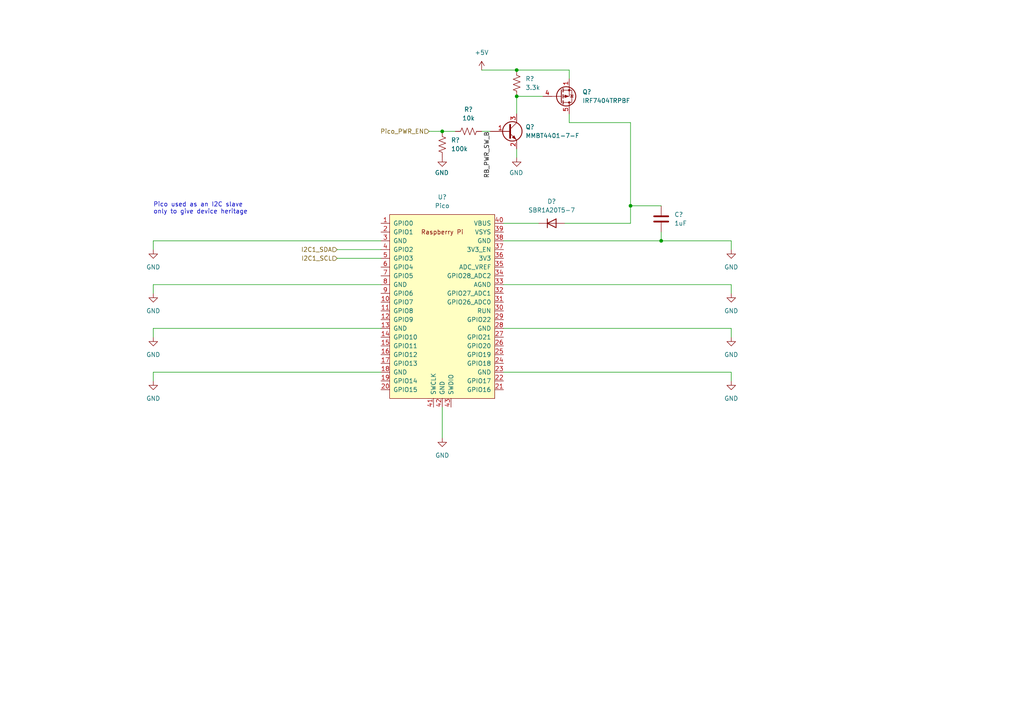
<source format=kicad_sch>
(kicad_sch (version 20211123) (generator eeschema)
  (paper "A4")
  (lib_symbols
    (symbol "Device:C" (pin_numbers hide) (pin_names (offset 0.254))
      (property "Reference" "C" (at 0.635 2.54 0))
      (property "Value" "C" (at 0.635 -2.54 0))
      (symbol "C_0_1"
        (polyline (pts (xy -2.032 -0.762) (xy 2.032 -0.762)) (stroke (width 0.508)))
        (polyline (pts (xy -2.032 0.762) (xy 2.032 0.762)) (stroke (width 0.508)))
      )
      (symbol "C_1_1"
        (pin passive line (at 0 3.81 270) (length 2.794) (name "~") (number "1"))
        (pin passive line (at 0 -3.81 90) (length 2.794) (name "~") (number "2"))
      )
    )
    (symbol "Device:D" (pin_numbers hide) (pin_names (offset 1.016) hide)
      (property "Reference" "D" (at 0 2.54 0))
      (property "Value" "D" (at 0 -2.54 0))
      (symbol "D_0_1"
        (polyline (pts (xy -1.27 1.27) (xy -1.27 -1.27)) (stroke (width 0.254)))
        (polyline (pts (xy 1.27 0) (xy -1.27 0)))
        (polyline (pts (xy 1.27 1.27) (xy 1.27 -1.27) (xy -1.27 0) (xy 1.27 1.27)) (stroke (width 0.254)))
      )
      (symbol "D_1_1"
        (pin passive line (at -3.81 0 0) (length 2.54) (name "K") (number "1"))
        (pin passive line (at 3.81 0 180) (length 2.54) (name "A") (number "2"))
      )
    )
    (symbol "Device:Q_NPN_BEC" (pin_names (offset 0) hide)
      (property "Reference" "Q" (at 5.08 1.27 0))
      (property "Value" "Q_NPN_BEC" (at 5.08 -1.27 0))
      (symbol "Q_NPN_BEC_0_1"
        (polyline (pts (xy 0.635 0.635) (xy 2.54 2.54)))
        (polyline (pts (xy 0.635 -0.635) (xy 2.54 -2.54) (xy 2.54 -2.54)))
        (polyline (pts (xy 0.635 1.905) (xy 0.635 -1.905) (xy 0.635 -1.905)) (stroke (width 0.508)))
        (polyline (pts (xy 1.27 -1.778) (xy 1.778 -1.27) (xy 2.286 -2.286) (xy 1.27 -1.778) (xy 1.27 -1.778)) (fill (type outline)))
        (circle (center 1.27 0) (radius 2.8194) (stroke (width 0.254)))
      )
      (symbol "Q_NPN_BEC_1_1"
        (pin input line (at -5.08 0 0) (length 5.715) (name "B") (number "1"))
        (pin passive line (at 2.54 -5.08 90) (length 2.54) (name "E") (number "2"))
        (pin passive line (at 2.54 5.08 270) (length 2.54) (name "C") (number "3"))
      )
    )
    (symbol "Device:R_US" (pin_numbers hide) (pin_names (offset 0))
      (property "Reference" "R" (at 2.54 0 90))
      (property "Value" "R_US" (at -2.54 0 90))
      (symbol "R_US_0_1"
        (polyline (pts (xy 0 -2.286) (xy 0 -2.54)))
        (polyline (pts (xy 0 2.286) (xy 0 2.54)))
        (polyline (pts (xy 0 -0.762) (xy 1.016 -1.143) (xy 0 -1.524) (xy -1.016 -1.905) (xy 0 -2.286)))
        (polyline (pts (xy 0 0.762) (xy 1.016 0.381) (xy 0 0) (xy -1.016 -0.381) (xy 0 -0.762)))
        (polyline (pts (xy 0 2.286) (xy 1.016 1.905) (xy 0 1.524) (xy -1.016 1.143) (xy 0 0.762)))
      )
      (symbol "R_US_1_1"
        (pin passive line (at 0 3.81 270) (length 1.27) (name "~") (number "1"))
        (pin passive line (at 0 -3.81 90) (length 1.27) (name "~") (number "2"))
      )
    )
    (symbol "RPi_Pico:Pico" (pin_names (offset 1.016))
      (property "Reference" "U" (at -13.97 27.94 0))
      (property "Value" "Pico" (at 0 19.05 0))
      (symbol "Pico_0_0"
        (text "Raspberry Pi" (at 0 21.59 0) (effects (font (size 1.27 1.27))))
      )
      (symbol "Pico_0_1"
        (rectangle (start -15.24 26.67) (end 15.24 -26.67) (fill (type background)))
      )
      (symbol "Pico_1_1"
        (pin bidirectional line (at -17.78 24.13 0) (length 2.54) (name "GPIO0") (number "1"))
        (pin bidirectional line (at -17.78 1.27 0) (length 2.54) (name "GPIO7") (number "10"))
        (pin bidirectional line (at -17.78 -1.27 0) (length 2.54) (name "GPIO8") (number "11"))
        (pin bidirectional line (at -17.78 -3.81 0) (length 2.54) (name "GPIO9") (number "12"))
        (pin power_in line (at -17.78 -6.35 0) (length 2.54) (name "GND") (number "13"))
        (pin bidirectional line (at -17.78 -8.89 0) (length 2.54) (name "GPIO10") (number "14"))
        (pin bidirectional line (at -17.78 -11.43 0) (length 2.54) (name "GPIO11") (number "15"))
        (pin bidirectional line (at -17.78 -13.97 0) (length 2.54) (name "GPIO12") (number "16"))
        (pin bidirectional line (at -17.78 -16.51 0) (length 2.54) (name "GPIO13") (number "17"))
        (pin power_in line (at -17.78 -19.05 0) (length 2.54) (name "GND") (number "18"))
        (pin bidirectional line (at -17.78 -21.59 0) (length 2.54) (name "GPIO14") (number "19"))
        (pin bidirectional line (at -17.78 21.59 0) (length 2.54) (name "GPIO1") (number "2"))
        (pin bidirectional line (at -17.78 -24.13 0) (length 2.54) (name "GPIO15") (number "20"))
        (pin bidirectional line (at 17.78 -24.13 180) (length 2.54) (name "GPIO16") (number "21"))
        (pin bidirectional line (at 17.78 -21.59 180) (length 2.54) (name "GPIO17") (number "22"))
        (pin power_in line (at 17.78 -19.05 180) (length 2.54) (name "GND") (number "23"))
        (pin bidirectional line (at 17.78 -16.51 180) (length 2.54) (name "GPIO18") (number "24"))
        (pin bidirectional line (at 17.78 -13.97 180) (length 2.54) (name "GPIO19") (number "25"))
        (pin bidirectional line (at 17.78 -11.43 180) (length 2.54) (name "GPIO20") (number "26"))
        (pin bidirectional line (at 17.78 -8.89 180) (length 2.54) (name "GPIO21") (number "27"))
        (pin power_in line (at 17.78 -6.35 180) (length 2.54) (name "GND") (number "28"))
        (pin bidirectional line (at 17.78 -3.81 180) (length 2.54) (name "GPIO22") (number "29"))
        (pin power_in line (at -17.78 19.05 0) (length 2.54) (name "GND") (number "3"))
        (pin input line (at 17.78 -1.27 180) (length 2.54) (name "RUN") (number "30"))
        (pin bidirectional line (at 17.78 1.27 180) (length 2.54) (name "GPIO26_ADC0") (number "31"))
        (pin bidirectional line (at 17.78 3.81 180) (length 2.54) (name "GPIO27_ADC1") (number "32"))
        (pin power_in line (at 17.78 6.35 180) (length 2.54) (name "AGND") (number "33"))
        (pin bidirectional line (at 17.78 8.89 180) (length 2.54) (name "GPIO28_ADC2") (number "34"))
        (pin unspecified line (at 17.78 11.43 180) (length 2.54) (name "ADC_VREF") (number "35"))
        (pin unspecified line (at 17.78 13.97 180) (length 2.54) (name "3V3") (number "36"))
        (pin input line (at 17.78 16.51 180) (length 2.54) (name "3V3_EN") (number "37"))
        (pin bidirectional line (at 17.78 19.05 180) (length 2.54) (name "GND") (number "38"))
        (pin unspecified line (at 17.78 21.59 180) (length 2.54) (name "VSYS") (number "39"))
        (pin bidirectional line (at -17.78 16.51 0) (length 2.54) (name "GPIO2") (number "4"))
        (pin unspecified line (at 17.78 24.13 180) (length 2.54) (name "VBUS") (number "40"))
        (pin input line (at -2.54 -29.21 90) (length 2.54) (name "SWCLK") (number "41"))
        (pin power_in line (at 0 -29.21 90) (length 2.54) (name "GND") (number "42"))
        (pin bidirectional line (at 2.54 -29.21 90) (length 2.54) (name "SWDIO") (number "43"))
        (pin bidirectional line (at -17.78 13.97 0) (length 2.54) (name "GPIO3") (number "5"))
        (pin bidirectional line (at -17.78 11.43 0) (length 2.54) (name "GPIO4") (number "6"))
        (pin bidirectional line (at -17.78 8.89 0) (length 2.54) (name "GPIO5") (number "7"))
        (pin power_in line (at -17.78 6.35 0) (length 2.54) (name "GND") (number "8"))
        (pin bidirectional line (at -17.78 3.81 0) (length 2.54) (name "GPIO6") (number "9"))
      )
    )
    (symbol "SLI-Backplane-Blank-Card-KiCad:IRF7404TRPBF" (pin_names (offset 0) hide)
      (property "Reference" "Q" (at 5.08 1.27 0))
      (property "Value" "IRF7404TRPBF" (at 5.08 -1.27 0))
      (symbol "IRF7404TRPBF_0_1"
        (polyline (pts (xy 0.254 0) (xy -2.54 0)))
        (polyline (pts (xy 0.254 1.905) (xy 0.254 -1.905)) (stroke (width 0.254)))
        (polyline (pts (xy 0.762 -1.27) (xy 0.762 -2.286)) (stroke (width 0.254)))
        (polyline (pts (xy 0.762 0.508) (xy 0.762 -0.508)) (stroke (width 0.254)))
        (polyline (pts (xy 0.762 2.286) (xy 0.762 1.27)) (stroke (width 0.254)))
        (polyline (pts (xy 2.54 2.54) (xy 2.54 1.778)))
        (polyline (pts (xy 2.54 -2.54) (xy 2.54 0) (xy 0.762 0)))
        (polyline (pts (xy 0.762 1.778) (xy 3.302 1.778) (xy 3.302 -1.778) (xy 0.762 -1.778)))
        (polyline (pts (xy 2.286 0) (xy 1.27 0.381) (xy 1.27 -0.381) (xy 2.286 0)) (fill (type outline)))
        (polyline (pts (xy 2.794 -0.508) (xy 2.921 -0.381) (xy 3.683 -0.381) (xy 3.81 -0.254)))
        (polyline (pts (xy 3.302 -0.381) (xy 2.921 0.254) (xy 3.683 0.254) (xy 3.302 -0.381)))
        (circle (center 1.651 0) (radius 2.794) (stroke (width 0.254)))
        (circle (center 2.54 -1.778) (radius 0.254) (fill (type outline)))
        (circle (center 2.54 1.778) (radius 0.254) (fill (type outline)))
      )
      (symbol "IRF7404TRPBF_1_1"
        (pin passive line (at 2.54 -5.08 90) (length 2.54) (name "S") (number "1"))
        (pin passive line (at 2.54 -5.08 90) (length 2.54) hide (name "S") (number "2"))
        (pin passive line (at 2.54 -5.08 90) (length 2.54) hide (name "S") (number "3"))
        (pin input line (at -5.08 0 0) (length 2.54) (name "G") (number "4"))
        (pin passive line (at 2.54 5.08 270) (length 2.54) (name "D") (number "5"))
        (pin passive line (at 2.54 5.08 270) (length 2.54) hide (name "D") (number "6"))
        (pin passive line (at 2.54 5.08 270) (length 2.54) hide (name "D") (number "7"))
        (pin passive line (at 2.54 5.08 270) (length 2.54) hide (name "D") (number "8"))
      )
    )
    (symbol "power:+5V" (power) (pin_names (offset 0))
      (property "Value" "+5V" (at 0 3.556 0))
      (symbol "+5V_0_1"
        (polyline (pts (xy -0.762 1.27) (xy 0 2.54)))
        (polyline (pts (xy 0 0) (xy 0 2.54)))
        (polyline (pts (xy 0 2.54) (xy 0.762 1.27)))
      )
      (symbol "+5V_1_1"
        (pin power_in line (at 0 0 90) (length 0) hide (name "+5V") (number "1"))
      )
    )
    (symbol "power:GND" (power) (pin_names (offset 0))
      (property "Value" "GND" (at 0 -3.81 0))
      (symbol "GND_0_1"
        (polyline (pts (xy 0 0) (xy 0 -1.27) (xy 1.27 -1.27) (xy 0 -2.54) (xy -1.27 -1.27) (xy 0 -1.27)))
      )
      (symbol "GND_1_1"
        (pin power_in line (at 0 0 270) (length 0) hide (name "GND") (number "1"))
      )
    )
  )
  (junction (at 128.27 38.1))
  (junction (at 149.86 27.94))
  (junction (at 182.88 59.69))
  (junction (at 191.77 69.85))
  (junction (at 149.86 20.32))
  (wire (pts (xy 44.45 95.25) (xy 44.45 97.79)))
  (wire (pts (xy 212.09 69.85) (xy 212.09 72.39)))
  (wire (pts (xy 44.45 82.55) (xy 44.45 85.09)))
  (wire (pts (xy 149.86 20.32) (xy 165.1 20.32)))
  (wire (pts (xy 97.79 74.93) (xy 110.49 74.93)))
  (wire (pts (xy 110.49 107.95) (xy 44.45 107.95)))
  (wire (pts (xy 212.09 107.95) (xy 212.09 110.49)))
  (wire (pts (xy 182.88 59.69) (xy 182.88 64.77)))
  (wire (pts (xy 97.79 72.39) (xy 110.49 72.39)))
  (wire (pts (xy 128.27 38.1) (xy 132.08 38.1)))
  (wire (pts (xy 146.05 69.85) (xy 191.77 69.85)))
  (wire (pts (xy 165.1 35.56) (xy 182.88 35.56)))
  (wire (pts (xy 139.7 38.1) (xy 142.24 38.1)))
  (wire (pts (xy 110.49 69.85) (xy 44.45 69.85)))
  (wire (pts (xy 212.09 95.25) (xy 212.09 97.79)))
  (wire (pts (xy 182.88 35.56) (xy 182.88 59.69)))
  (wire (pts (xy 149.86 45.72) (xy 149.86 43.18)))
  (wire (pts (xy 182.88 59.69) (xy 191.77 59.69)))
  (wire (pts (xy 110.49 82.55) (xy 44.45 82.55)))
  (wire (pts (xy 110.49 95.25) (xy 44.45 95.25)))
  (wire (pts (xy 44.45 107.95) (xy 44.45 110.49)))
  (wire (pts (xy 146.05 64.77) (xy 156.21 64.77)))
  (wire (pts (xy 165.1 35.56) (xy 165.1 33.02)))
  (wire (pts (xy 146.05 95.25) (xy 212.09 95.25)))
  (wire (pts (xy 146.05 82.55) (xy 212.09 82.55)))
  (wire (pts (xy 44.45 69.85) (xy 44.45 72.39)))
  (wire (pts (xy 165.1 20.32) (xy 165.1 22.86)))
  (wire (pts (xy 124.46 38.1) (xy 128.27 38.1)))
  (wire (pts (xy 146.05 107.95) (xy 212.09 107.95)))
  (wire (pts (xy 128.27 118.11) (xy 128.27 127)))
  (wire (pts (xy 163.83 64.77) (xy 182.88 64.77)))
  (wire (pts (xy 212.09 82.55) (xy 212.09 85.09)))
  (wire (pts (xy 149.86 33.02) (xy 149.86 27.94)))
  (wire (pts (xy 191.77 67.31) (xy 191.77 69.85)))
  (wire (pts (xy 149.86 27.94) (xy 157.48 27.94)))
  (wire (pts (xy 191.77 69.85) (xy 212.09 69.85)))
  (wire (pts (xy 139.7 20.32) (xy 149.86 20.32)))
  (text "Pico used as an I2C slave\nonly to give device heritage" (at 44.45 62.23 0) (effects (font (size 1.27 1.27)) (justify left bottom)))
  (label "RB_PWR_SW_B" (at 142.24 38.1 270))
  (hierarchical_label "Pico_PWR_EN" (shape input) (at 124.46 38.1 180))
  (hierarchical_label "I2C1_SCL" (shape input) (at 97.79 74.93 180))
  (hierarchical_label "I2C1_SDA" (shape input) (at 97.79 72.39 180))
  (symbol (lib_id "power:GND") (at 212.09 85.09 0) (unit 1)
    (property "Reference" "#PWR?" (effects hide))
    (property "Value" "GND" (at 212.09 90.17 0))
  )
  (symbol (lib_id "power:GND") (at 212.09 72.39 0) (unit 1)
    (property "Reference" "#PWR?" (effects hide))
    (property "Value" "GND" (at 212.09 77.47 0))
  )
  (symbol (lib_id "power:GND") (at 212.09 110.49 0) (unit 1)
    (property "Reference" "#PWR?" (effects hide))
    (property "Value" "GND" (at 212.09 115.57 0))
  )
  (symbol (lib_id "power:GND") (at 44.45 97.79 0) (mirror y) (unit 1)
    (property "Reference" "#PWR?" (effects hide))
    (property "Value" "GND" (at 44.45 102.87 0))
  )
  (symbol (lib_id "Device:R_US") (at 149.86 24.13 0) (unit 1)
    (property "Reference" "R?" (at 152.4 22.8599 0) (effects (justify left)))
    (property "Value" "3.3k" (at 152.4 25.3999 0) (effects (justify left)))
    (property "Footprint" "Resistor_SMD:R_0603_1608Metric" (effects hide))
  )
  (symbol (lib_id "Device:D") (at 160.02 64.77 0) (unit 1)
    (property "Reference" "D?" (at 160.02 58.42 0))
    (property "Value" "SBR1A20T5-7" (at 160.02 60.96 0))
    (property "Footprint" "Diode_SMD:D_SOD-523" (effects hide))
  )
  (symbol (lib_id "power:GND") (at 212.09 97.79 0) (unit 1)
    (property "Reference" "#PWR?" (effects hide))
    (property "Value" "GND" (at 212.09 102.87 0))
  )
  (symbol (lib_id "power:GND") (at 149.86 45.72 0) (mirror y) (unit 1)
    (property "Reference" "#PWR?" (effects hide))
    (property "Value" "GND" (at 149.733 50.1142 0))
  )
  (symbol (lib_id "power:GND") (at 44.45 85.09 0) (mirror y) (unit 1)
    (property "Reference" "#PWR?" (effects hide))
    (property "Value" "GND" (at 44.45 90.17 0))
  )
  (symbol (lib_id "power:GND") (at 44.45 72.39 0) (mirror y) (unit 1)
    (property "Reference" "#PWR?" (effects hide))
    (property "Value" "GND" (at 44.45 77.47 0))
  )
  (symbol (lib_id "Device:Q_NPN_BEC") (at 147.32 38.1 0) (unit 1)
    (property "Reference" "Q?" (at 152.4 36.8299 0) (effects (justify left)))
    (property "Value" "MMBT4401-7-F" (at 152.4 39.3699 0) (effects (justify left)))
    (property "Footprint" "Package_TO_SOT_SMD:SOT-23" (effects hide))
  )
  (symbol (lib_id "Device:C") (at 191.77 63.5 0) (unit 1)
    (property "Reference" "C?" (at 195.58 62.2299 0) (effects (justify left)))
    (property "Value" "1uF" (at 195.58 64.7699 0) (effects (justify left)))
    (property "Footprint" "Capacitor_SMD:C_0603_1608Metric" (effects hide))
  )
  (symbol (lib_id "power:+5V") (at 139.7 20.32 0) (unit 1)
    (property "Reference" "#PWR?" (effects hide))
    (property "Value" "+5V" (at 139.7 15.24 0))
  )
  (symbol (lib_id "power:GND") (at 128.27 127 0) (unit 1)
    (property "Reference" "#PWR?" (effects hide))
    (property "Value" "GND" (at 128.27 132.08 0))
  )
  (symbol (lib_id "Device:R_US") (at 128.27 41.91 0) (unit 1)
    (property "Reference" "R?" (at 130.81 40.6399 0) (effects (justify left)))
    (property "Value" "100k" (at 130.81 43.1799 0) (effects (justify left)))
    (property "Footprint" "Resistor_SMD:R_0603_1608Metric" (effects hide))
  )
  (symbol (lib_id "RPi_Pico:Pico") (at 128.27 88.9 0) (unit 1)
    (property "Reference" "U?" (at 128.27 57.15 0))
    (property "Value" "Pico" (at 128.27 59.69 0))
    (property "Footprint" "RPi_Pico:RPi_Pico_SMD_TH" (effects hide))
  )
  (symbol (lib_id "power:GND") (at 128.27 45.72 0) (mirror y) (unit 1)
    (property "Reference" "#PWR?" (effects hide))
    (property "Value" "GND" (at 128.143 50.1142 0))
  )
  (symbol (lib_id "SLI-Backplane-Blank-Card-KiCad:IRF7404TRPBF") (at 162.56 27.94 0) (mirror x) (unit 1)
    (property "Reference" "Q?" (at 168.91 26.6699 0) (effects (justify left)))
    (property "Value" "IRF7404TRPBF" (at 168.91 29.2099 0) (effects (justify left)))
    (property "Footprint" "Package_SO:SO-8_3.9x4.9mm_P1.27mm" (effects hide))
  )
  (symbol (lib_id "power:GND") (at 44.45 110.49 0) (mirror y) (unit 1)
    (property "Reference" "#PWR?" (effects hide))
    (property "Value" "GND" (at 44.45 115.57 0))
  )
  (symbol (lib_id "Device:R_US") (at 135.89 38.1 90) (unit 1)
    (property "Reference" "R?" (at 135.89 31.75 90))
    (property "Value" "10k" (at 135.89 34.29 90))
    (property "Footprint" "Resistor_SMD:R_0603_1608Metric" (effects hide))
  )
)
</source>
